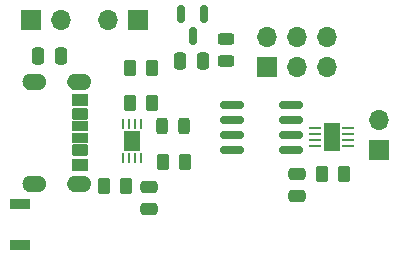
<source format=gbr>
%TF.GenerationSoftware,KiCad,Pcbnew,8.0.7*%
%TF.CreationDate,2025-01-08T21:55:34-07:00*%
%TF.ProjectId,Hat PCB,48617420-5043-4422-9e6b-696361645f70,rev?*%
%TF.SameCoordinates,Original*%
%TF.FileFunction,Soldermask,Top*%
%TF.FilePolarity,Negative*%
%FSLAX46Y46*%
G04 Gerber Fmt 4.6, Leading zero omitted, Abs format (unit mm)*
G04 Created by KiCad (PCBNEW 8.0.7) date 2025-01-08 21:55:34*
%MOMM*%
%LPD*%
G01*
G04 APERTURE LIST*
G04 Aperture macros list*
%AMRoundRect*
0 Rectangle with rounded corners*
0 $1 Rounding radius*
0 $2 $3 $4 $5 $6 $7 $8 $9 X,Y pos of 4 corners*
0 Add a 4 corners polygon primitive as box body*
4,1,4,$2,$3,$4,$5,$6,$7,$8,$9,$2,$3,0*
0 Add four circle primitives for the rounded corners*
1,1,$1+$1,$2,$3*
1,1,$1+$1,$4,$5*
1,1,$1+$1,$6,$7*
1,1,$1+$1,$8,$9*
0 Add four rect primitives between the rounded corners*
20,1,$1+$1,$2,$3,$4,$5,0*
20,1,$1+$1,$4,$5,$6,$7,0*
20,1,$1+$1,$6,$7,$8,$9,0*
20,1,$1+$1,$8,$9,$2,$3,0*%
G04 Aperture macros list end*
%ADD10C,0.010000*%
%ADD11RoundRect,0.150000X0.825000X0.150000X-0.825000X0.150000X-0.825000X-0.150000X0.825000X-0.150000X0*%
%ADD12RoundRect,0.062500X-0.062500X0.337500X-0.062500X-0.337500X0.062500X-0.337500X0.062500X0.337500X0*%
%ADD13R,1.400000X1.700000*%
%ADD14RoundRect,0.062500X0.412500X0.062500X-0.412500X0.062500X-0.412500X-0.062500X0.412500X-0.062500X0*%
%ADD15R,1.450000X2.400000*%
%ADD16R,1.700000X0.900000*%
%ADD17RoundRect,0.250000X0.262500X0.450000X-0.262500X0.450000X-0.262500X-0.450000X0.262500X-0.450000X0*%
%ADD18RoundRect,0.250000X-0.262500X-0.450000X0.262500X-0.450000X0.262500X0.450000X-0.262500X0.450000X0*%
%ADD19RoundRect,0.150000X-0.150000X0.587500X-0.150000X-0.587500X0.150000X-0.587500X0.150000X0.587500X0*%
%ADD20R,1.700000X1.700000*%
%ADD21O,1.700000X1.700000*%
%ADD22RoundRect,0.102000X-0.600000X0.350000X-0.600000X-0.350000X0.600000X-0.350000X0.600000X0.350000X0*%
%ADD23RoundRect,0.102000X-0.600000X0.380000X-0.600000X-0.380000X0.600000X-0.380000X0.600000X0.380000X0*%
%ADD24RoundRect,0.102000X-0.600000X0.400000X-0.600000X-0.400000X0.600000X-0.400000X0.600000X0.400000X0*%
%ADD25RoundRect,0.243750X0.456250X-0.243750X0.456250X0.243750X-0.456250X0.243750X-0.456250X-0.243750X0*%
%ADD26RoundRect,0.243750X0.243750X0.456250X-0.243750X0.456250X-0.243750X-0.456250X0.243750X-0.456250X0*%
%ADD27RoundRect,0.250000X-0.250000X-0.475000X0.250000X-0.475000X0.250000X0.475000X-0.250000X0.475000X0*%
%ADD28RoundRect,0.250000X-0.475000X0.250000X-0.475000X-0.250000X0.475000X-0.250000X0.475000X0.250000X0*%
G04 APERTURE END LIST*
D10*
%TO.C,J3*%
X216334000Y-122671000D02*
X216368000Y-122674000D01*
X216402000Y-122678000D01*
X216435000Y-122684000D01*
X216468000Y-122692000D01*
X216501000Y-122702000D01*
X216533000Y-122713000D01*
X216564000Y-122726000D01*
X216595000Y-122741000D01*
X216625000Y-122757000D01*
X216654000Y-122775000D01*
X216682000Y-122794000D01*
X216709000Y-122815000D01*
X216735000Y-122837000D01*
X216760000Y-122860000D01*
X216783000Y-122885000D01*
X216805000Y-122911000D01*
X216826000Y-122938000D01*
X216845000Y-122966000D01*
X216863000Y-122995000D01*
X216879000Y-123025000D01*
X216894000Y-123056000D01*
X216907000Y-123087000D01*
X216918000Y-123119000D01*
X216928000Y-123152000D01*
X216936000Y-123185000D01*
X216942000Y-123218000D01*
X216946000Y-123252000D01*
X216949000Y-123286000D01*
X216950000Y-123320000D01*
X216949000Y-123354000D01*
X216946000Y-123388000D01*
X216942000Y-123422000D01*
X216936000Y-123455000D01*
X216928000Y-123488000D01*
X216918000Y-123521000D01*
X216907000Y-123553000D01*
X216894000Y-123584000D01*
X216879000Y-123615000D01*
X216863000Y-123645000D01*
X216845000Y-123674000D01*
X216826000Y-123702000D01*
X216805000Y-123729000D01*
X216783000Y-123755000D01*
X216760000Y-123780000D01*
X216735000Y-123803000D01*
X216709000Y-123825000D01*
X216682000Y-123846000D01*
X216654000Y-123865000D01*
X216625000Y-123883000D01*
X216595000Y-123899000D01*
X216564000Y-123914000D01*
X216533000Y-123927000D01*
X216501000Y-123938000D01*
X216468000Y-123948000D01*
X216435000Y-123956000D01*
X216402000Y-123962000D01*
X216368000Y-123966000D01*
X216334000Y-123969000D01*
X216300000Y-123970000D01*
X215700000Y-123970000D01*
X215666000Y-123969000D01*
X215632000Y-123966000D01*
X215598000Y-123962000D01*
X215565000Y-123956000D01*
X215532000Y-123948000D01*
X215499000Y-123938000D01*
X215467000Y-123927000D01*
X215436000Y-123914000D01*
X215405000Y-123899000D01*
X215375000Y-123883000D01*
X215346000Y-123865000D01*
X215318000Y-123846000D01*
X215291000Y-123825000D01*
X215265000Y-123803000D01*
X215240000Y-123780000D01*
X215217000Y-123755000D01*
X215195000Y-123729000D01*
X215174000Y-123702000D01*
X215155000Y-123674000D01*
X215137000Y-123645000D01*
X215121000Y-123615000D01*
X215106000Y-123584000D01*
X215093000Y-123553000D01*
X215082000Y-123521000D01*
X215072000Y-123488000D01*
X215064000Y-123455000D01*
X215058000Y-123422000D01*
X215054000Y-123388000D01*
X215051000Y-123354000D01*
X215050000Y-123320000D01*
X215051000Y-123286000D01*
X215054000Y-123252000D01*
X215058000Y-123218000D01*
X215064000Y-123185000D01*
X215072000Y-123152000D01*
X215082000Y-123119000D01*
X215093000Y-123087000D01*
X215106000Y-123056000D01*
X215121000Y-123025000D01*
X215137000Y-122995000D01*
X215155000Y-122966000D01*
X215174000Y-122938000D01*
X215195000Y-122911000D01*
X215217000Y-122885000D01*
X215240000Y-122860000D01*
X215265000Y-122837000D01*
X215291000Y-122815000D01*
X215318000Y-122794000D01*
X215346000Y-122775000D01*
X215375000Y-122757000D01*
X215405000Y-122741000D01*
X215436000Y-122726000D01*
X215467000Y-122713000D01*
X215499000Y-122702000D01*
X215532000Y-122692000D01*
X215565000Y-122684000D01*
X215598000Y-122678000D01*
X215632000Y-122674000D01*
X215666000Y-122671000D01*
X215700000Y-122670000D01*
X216300000Y-122670000D01*
X216334000Y-122671000D01*
G36*
X216334000Y-122671000D02*
G01*
X216368000Y-122674000D01*
X216402000Y-122678000D01*
X216435000Y-122684000D01*
X216468000Y-122692000D01*
X216501000Y-122702000D01*
X216533000Y-122713000D01*
X216564000Y-122726000D01*
X216595000Y-122741000D01*
X216625000Y-122757000D01*
X216654000Y-122775000D01*
X216682000Y-122794000D01*
X216709000Y-122815000D01*
X216735000Y-122837000D01*
X216760000Y-122860000D01*
X216783000Y-122885000D01*
X216805000Y-122911000D01*
X216826000Y-122938000D01*
X216845000Y-122966000D01*
X216863000Y-122995000D01*
X216879000Y-123025000D01*
X216894000Y-123056000D01*
X216907000Y-123087000D01*
X216918000Y-123119000D01*
X216928000Y-123152000D01*
X216936000Y-123185000D01*
X216942000Y-123218000D01*
X216946000Y-123252000D01*
X216949000Y-123286000D01*
X216950000Y-123320000D01*
X216949000Y-123354000D01*
X216946000Y-123388000D01*
X216942000Y-123422000D01*
X216936000Y-123455000D01*
X216928000Y-123488000D01*
X216918000Y-123521000D01*
X216907000Y-123553000D01*
X216894000Y-123584000D01*
X216879000Y-123615000D01*
X216863000Y-123645000D01*
X216845000Y-123674000D01*
X216826000Y-123702000D01*
X216805000Y-123729000D01*
X216783000Y-123755000D01*
X216760000Y-123780000D01*
X216735000Y-123803000D01*
X216709000Y-123825000D01*
X216682000Y-123846000D01*
X216654000Y-123865000D01*
X216625000Y-123883000D01*
X216595000Y-123899000D01*
X216564000Y-123914000D01*
X216533000Y-123927000D01*
X216501000Y-123938000D01*
X216468000Y-123948000D01*
X216435000Y-123956000D01*
X216402000Y-123962000D01*
X216368000Y-123966000D01*
X216334000Y-123969000D01*
X216300000Y-123970000D01*
X215700000Y-123970000D01*
X215666000Y-123969000D01*
X215632000Y-123966000D01*
X215598000Y-123962000D01*
X215565000Y-123956000D01*
X215532000Y-123948000D01*
X215499000Y-123938000D01*
X215467000Y-123927000D01*
X215436000Y-123914000D01*
X215405000Y-123899000D01*
X215375000Y-123883000D01*
X215346000Y-123865000D01*
X215318000Y-123846000D01*
X215291000Y-123825000D01*
X215265000Y-123803000D01*
X215240000Y-123780000D01*
X215217000Y-123755000D01*
X215195000Y-123729000D01*
X215174000Y-123702000D01*
X215155000Y-123674000D01*
X215137000Y-123645000D01*
X215121000Y-123615000D01*
X215106000Y-123584000D01*
X215093000Y-123553000D01*
X215082000Y-123521000D01*
X215072000Y-123488000D01*
X215064000Y-123455000D01*
X215058000Y-123422000D01*
X215054000Y-123388000D01*
X215051000Y-123354000D01*
X215050000Y-123320000D01*
X215051000Y-123286000D01*
X215054000Y-123252000D01*
X215058000Y-123218000D01*
X215064000Y-123185000D01*
X215072000Y-123152000D01*
X215082000Y-123119000D01*
X215093000Y-123087000D01*
X215106000Y-123056000D01*
X215121000Y-123025000D01*
X215137000Y-122995000D01*
X215155000Y-122966000D01*
X215174000Y-122938000D01*
X215195000Y-122911000D01*
X215217000Y-122885000D01*
X215240000Y-122860000D01*
X215265000Y-122837000D01*
X215291000Y-122815000D01*
X215318000Y-122794000D01*
X215346000Y-122775000D01*
X215375000Y-122757000D01*
X215405000Y-122741000D01*
X215436000Y-122726000D01*
X215467000Y-122713000D01*
X215499000Y-122702000D01*
X215532000Y-122692000D01*
X215565000Y-122684000D01*
X215598000Y-122678000D01*
X215632000Y-122674000D01*
X215666000Y-122671000D01*
X215700000Y-122670000D01*
X216300000Y-122670000D01*
X216334000Y-122671000D01*
G37*
X216334000Y-114031000D02*
X216368000Y-114034000D01*
X216402000Y-114038000D01*
X216435000Y-114044000D01*
X216468000Y-114052000D01*
X216501000Y-114062000D01*
X216533000Y-114073000D01*
X216564000Y-114086000D01*
X216595000Y-114101000D01*
X216625000Y-114117000D01*
X216654000Y-114135000D01*
X216682000Y-114154000D01*
X216709000Y-114175000D01*
X216735000Y-114197000D01*
X216760000Y-114220000D01*
X216783000Y-114245000D01*
X216805000Y-114271000D01*
X216826000Y-114298000D01*
X216845000Y-114326000D01*
X216863000Y-114355000D01*
X216879000Y-114385000D01*
X216894000Y-114416000D01*
X216907000Y-114447000D01*
X216918000Y-114479000D01*
X216928000Y-114512000D01*
X216936000Y-114545000D01*
X216942000Y-114578000D01*
X216946000Y-114612000D01*
X216949000Y-114646000D01*
X216950000Y-114680000D01*
X216949000Y-114714000D01*
X216946000Y-114748000D01*
X216942000Y-114782000D01*
X216936000Y-114815000D01*
X216928000Y-114848000D01*
X216918000Y-114881000D01*
X216907000Y-114913000D01*
X216894000Y-114944000D01*
X216879000Y-114975000D01*
X216863000Y-115005000D01*
X216845000Y-115034000D01*
X216826000Y-115062000D01*
X216805000Y-115089000D01*
X216783000Y-115115000D01*
X216760000Y-115140000D01*
X216735000Y-115163000D01*
X216709000Y-115185000D01*
X216682000Y-115206000D01*
X216654000Y-115225000D01*
X216625000Y-115243000D01*
X216595000Y-115259000D01*
X216564000Y-115274000D01*
X216533000Y-115287000D01*
X216501000Y-115298000D01*
X216468000Y-115308000D01*
X216435000Y-115316000D01*
X216402000Y-115322000D01*
X216368000Y-115326000D01*
X216334000Y-115329000D01*
X216300000Y-115330000D01*
X215700000Y-115330000D01*
X215666000Y-115329000D01*
X215632000Y-115326000D01*
X215598000Y-115322000D01*
X215565000Y-115316000D01*
X215532000Y-115308000D01*
X215499000Y-115298000D01*
X215467000Y-115287000D01*
X215436000Y-115274000D01*
X215405000Y-115259000D01*
X215375000Y-115243000D01*
X215346000Y-115225000D01*
X215318000Y-115206000D01*
X215291000Y-115185000D01*
X215265000Y-115163000D01*
X215240000Y-115140000D01*
X215217000Y-115115000D01*
X215195000Y-115089000D01*
X215174000Y-115062000D01*
X215155000Y-115034000D01*
X215137000Y-115005000D01*
X215121000Y-114975000D01*
X215106000Y-114944000D01*
X215093000Y-114913000D01*
X215082000Y-114881000D01*
X215072000Y-114848000D01*
X215064000Y-114815000D01*
X215058000Y-114782000D01*
X215054000Y-114748000D01*
X215051000Y-114714000D01*
X215050000Y-114680000D01*
X215051000Y-114646000D01*
X215054000Y-114612000D01*
X215058000Y-114578000D01*
X215064000Y-114545000D01*
X215072000Y-114512000D01*
X215082000Y-114479000D01*
X215093000Y-114447000D01*
X215106000Y-114416000D01*
X215121000Y-114385000D01*
X215137000Y-114355000D01*
X215155000Y-114326000D01*
X215174000Y-114298000D01*
X215195000Y-114271000D01*
X215217000Y-114245000D01*
X215240000Y-114220000D01*
X215265000Y-114197000D01*
X215291000Y-114175000D01*
X215318000Y-114154000D01*
X215346000Y-114135000D01*
X215375000Y-114117000D01*
X215405000Y-114101000D01*
X215436000Y-114086000D01*
X215467000Y-114073000D01*
X215499000Y-114062000D01*
X215532000Y-114052000D01*
X215565000Y-114044000D01*
X215598000Y-114038000D01*
X215632000Y-114034000D01*
X215666000Y-114031000D01*
X215700000Y-114030000D01*
X216300000Y-114030000D01*
X216334000Y-114031000D01*
G36*
X216334000Y-114031000D02*
G01*
X216368000Y-114034000D01*
X216402000Y-114038000D01*
X216435000Y-114044000D01*
X216468000Y-114052000D01*
X216501000Y-114062000D01*
X216533000Y-114073000D01*
X216564000Y-114086000D01*
X216595000Y-114101000D01*
X216625000Y-114117000D01*
X216654000Y-114135000D01*
X216682000Y-114154000D01*
X216709000Y-114175000D01*
X216735000Y-114197000D01*
X216760000Y-114220000D01*
X216783000Y-114245000D01*
X216805000Y-114271000D01*
X216826000Y-114298000D01*
X216845000Y-114326000D01*
X216863000Y-114355000D01*
X216879000Y-114385000D01*
X216894000Y-114416000D01*
X216907000Y-114447000D01*
X216918000Y-114479000D01*
X216928000Y-114512000D01*
X216936000Y-114545000D01*
X216942000Y-114578000D01*
X216946000Y-114612000D01*
X216949000Y-114646000D01*
X216950000Y-114680000D01*
X216949000Y-114714000D01*
X216946000Y-114748000D01*
X216942000Y-114782000D01*
X216936000Y-114815000D01*
X216928000Y-114848000D01*
X216918000Y-114881000D01*
X216907000Y-114913000D01*
X216894000Y-114944000D01*
X216879000Y-114975000D01*
X216863000Y-115005000D01*
X216845000Y-115034000D01*
X216826000Y-115062000D01*
X216805000Y-115089000D01*
X216783000Y-115115000D01*
X216760000Y-115140000D01*
X216735000Y-115163000D01*
X216709000Y-115185000D01*
X216682000Y-115206000D01*
X216654000Y-115225000D01*
X216625000Y-115243000D01*
X216595000Y-115259000D01*
X216564000Y-115274000D01*
X216533000Y-115287000D01*
X216501000Y-115298000D01*
X216468000Y-115308000D01*
X216435000Y-115316000D01*
X216402000Y-115322000D01*
X216368000Y-115326000D01*
X216334000Y-115329000D01*
X216300000Y-115330000D01*
X215700000Y-115330000D01*
X215666000Y-115329000D01*
X215632000Y-115326000D01*
X215598000Y-115322000D01*
X215565000Y-115316000D01*
X215532000Y-115308000D01*
X215499000Y-115298000D01*
X215467000Y-115287000D01*
X215436000Y-115274000D01*
X215405000Y-115259000D01*
X215375000Y-115243000D01*
X215346000Y-115225000D01*
X215318000Y-115206000D01*
X215291000Y-115185000D01*
X215265000Y-115163000D01*
X215240000Y-115140000D01*
X215217000Y-115115000D01*
X215195000Y-115089000D01*
X215174000Y-115062000D01*
X215155000Y-115034000D01*
X215137000Y-115005000D01*
X215121000Y-114975000D01*
X215106000Y-114944000D01*
X215093000Y-114913000D01*
X215082000Y-114881000D01*
X215072000Y-114848000D01*
X215064000Y-114815000D01*
X215058000Y-114782000D01*
X215054000Y-114748000D01*
X215051000Y-114714000D01*
X215050000Y-114680000D01*
X215051000Y-114646000D01*
X215054000Y-114612000D01*
X215058000Y-114578000D01*
X215064000Y-114545000D01*
X215072000Y-114512000D01*
X215082000Y-114479000D01*
X215093000Y-114447000D01*
X215106000Y-114416000D01*
X215121000Y-114385000D01*
X215137000Y-114355000D01*
X215155000Y-114326000D01*
X215174000Y-114298000D01*
X215195000Y-114271000D01*
X215217000Y-114245000D01*
X215240000Y-114220000D01*
X215265000Y-114197000D01*
X215291000Y-114175000D01*
X215318000Y-114154000D01*
X215346000Y-114135000D01*
X215375000Y-114117000D01*
X215405000Y-114101000D01*
X215436000Y-114086000D01*
X215467000Y-114073000D01*
X215499000Y-114062000D01*
X215532000Y-114052000D01*
X215565000Y-114044000D01*
X215598000Y-114038000D01*
X215632000Y-114034000D01*
X215666000Y-114031000D01*
X215700000Y-114030000D01*
X216300000Y-114030000D01*
X216334000Y-114031000D01*
G37*
X212534000Y-122671000D02*
X212568000Y-122674000D01*
X212602000Y-122678000D01*
X212635000Y-122684000D01*
X212668000Y-122692000D01*
X212701000Y-122702000D01*
X212733000Y-122713000D01*
X212764000Y-122726000D01*
X212795000Y-122741000D01*
X212825000Y-122757000D01*
X212854000Y-122775000D01*
X212882000Y-122794000D01*
X212909000Y-122815000D01*
X212935000Y-122837000D01*
X212960000Y-122860000D01*
X212983000Y-122885000D01*
X213005000Y-122911000D01*
X213026000Y-122938000D01*
X213045000Y-122966000D01*
X213063000Y-122995000D01*
X213079000Y-123025000D01*
X213094000Y-123056000D01*
X213107000Y-123087000D01*
X213118000Y-123119000D01*
X213128000Y-123152000D01*
X213136000Y-123185000D01*
X213142000Y-123218000D01*
X213146000Y-123252000D01*
X213149000Y-123286000D01*
X213150000Y-123320000D01*
X213149000Y-123354000D01*
X213146000Y-123388000D01*
X213142000Y-123422000D01*
X213136000Y-123455000D01*
X213128000Y-123488000D01*
X213118000Y-123521000D01*
X213107000Y-123553000D01*
X213094000Y-123584000D01*
X213079000Y-123615000D01*
X213063000Y-123645000D01*
X213045000Y-123674000D01*
X213026000Y-123702000D01*
X213005000Y-123729000D01*
X212983000Y-123755000D01*
X212960000Y-123780000D01*
X212935000Y-123803000D01*
X212909000Y-123825000D01*
X212882000Y-123846000D01*
X212854000Y-123865000D01*
X212825000Y-123883000D01*
X212795000Y-123899000D01*
X212764000Y-123914000D01*
X212733000Y-123927000D01*
X212701000Y-123938000D01*
X212668000Y-123948000D01*
X212635000Y-123956000D01*
X212602000Y-123962000D01*
X212568000Y-123966000D01*
X212534000Y-123969000D01*
X212500000Y-123970000D01*
X211900000Y-123970000D01*
X211866000Y-123969000D01*
X211832000Y-123966000D01*
X211798000Y-123962000D01*
X211765000Y-123956000D01*
X211732000Y-123948000D01*
X211699000Y-123938000D01*
X211667000Y-123927000D01*
X211636000Y-123914000D01*
X211605000Y-123899000D01*
X211575000Y-123883000D01*
X211546000Y-123865000D01*
X211518000Y-123846000D01*
X211491000Y-123825000D01*
X211465000Y-123803000D01*
X211440000Y-123780000D01*
X211417000Y-123755000D01*
X211395000Y-123729000D01*
X211374000Y-123702000D01*
X211355000Y-123674000D01*
X211337000Y-123645000D01*
X211321000Y-123615000D01*
X211306000Y-123584000D01*
X211293000Y-123553000D01*
X211282000Y-123521000D01*
X211272000Y-123488000D01*
X211264000Y-123455000D01*
X211258000Y-123422000D01*
X211254000Y-123388000D01*
X211251000Y-123354000D01*
X211250000Y-123320000D01*
X211251000Y-123286000D01*
X211254000Y-123252000D01*
X211258000Y-123218000D01*
X211264000Y-123185000D01*
X211272000Y-123152000D01*
X211282000Y-123119000D01*
X211293000Y-123087000D01*
X211306000Y-123056000D01*
X211321000Y-123025000D01*
X211337000Y-122995000D01*
X211355000Y-122966000D01*
X211374000Y-122938000D01*
X211395000Y-122911000D01*
X211417000Y-122885000D01*
X211440000Y-122860000D01*
X211465000Y-122837000D01*
X211491000Y-122815000D01*
X211518000Y-122794000D01*
X211546000Y-122775000D01*
X211575000Y-122757000D01*
X211605000Y-122741000D01*
X211636000Y-122726000D01*
X211667000Y-122713000D01*
X211699000Y-122702000D01*
X211732000Y-122692000D01*
X211765000Y-122684000D01*
X211798000Y-122678000D01*
X211832000Y-122674000D01*
X211866000Y-122671000D01*
X211900000Y-122670000D01*
X212500000Y-122670000D01*
X212534000Y-122671000D01*
G36*
X212534000Y-122671000D02*
G01*
X212568000Y-122674000D01*
X212602000Y-122678000D01*
X212635000Y-122684000D01*
X212668000Y-122692000D01*
X212701000Y-122702000D01*
X212733000Y-122713000D01*
X212764000Y-122726000D01*
X212795000Y-122741000D01*
X212825000Y-122757000D01*
X212854000Y-122775000D01*
X212882000Y-122794000D01*
X212909000Y-122815000D01*
X212935000Y-122837000D01*
X212960000Y-122860000D01*
X212983000Y-122885000D01*
X213005000Y-122911000D01*
X213026000Y-122938000D01*
X213045000Y-122966000D01*
X213063000Y-122995000D01*
X213079000Y-123025000D01*
X213094000Y-123056000D01*
X213107000Y-123087000D01*
X213118000Y-123119000D01*
X213128000Y-123152000D01*
X213136000Y-123185000D01*
X213142000Y-123218000D01*
X213146000Y-123252000D01*
X213149000Y-123286000D01*
X213150000Y-123320000D01*
X213149000Y-123354000D01*
X213146000Y-123388000D01*
X213142000Y-123422000D01*
X213136000Y-123455000D01*
X213128000Y-123488000D01*
X213118000Y-123521000D01*
X213107000Y-123553000D01*
X213094000Y-123584000D01*
X213079000Y-123615000D01*
X213063000Y-123645000D01*
X213045000Y-123674000D01*
X213026000Y-123702000D01*
X213005000Y-123729000D01*
X212983000Y-123755000D01*
X212960000Y-123780000D01*
X212935000Y-123803000D01*
X212909000Y-123825000D01*
X212882000Y-123846000D01*
X212854000Y-123865000D01*
X212825000Y-123883000D01*
X212795000Y-123899000D01*
X212764000Y-123914000D01*
X212733000Y-123927000D01*
X212701000Y-123938000D01*
X212668000Y-123948000D01*
X212635000Y-123956000D01*
X212602000Y-123962000D01*
X212568000Y-123966000D01*
X212534000Y-123969000D01*
X212500000Y-123970000D01*
X211900000Y-123970000D01*
X211866000Y-123969000D01*
X211832000Y-123966000D01*
X211798000Y-123962000D01*
X211765000Y-123956000D01*
X211732000Y-123948000D01*
X211699000Y-123938000D01*
X211667000Y-123927000D01*
X211636000Y-123914000D01*
X211605000Y-123899000D01*
X211575000Y-123883000D01*
X211546000Y-123865000D01*
X211518000Y-123846000D01*
X211491000Y-123825000D01*
X211465000Y-123803000D01*
X211440000Y-123780000D01*
X211417000Y-123755000D01*
X211395000Y-123729000D01*
X211374000Y-123702000D01*
X211355000Y-123674000D01*
X211337000Y-123645000D01*
X211321000Y-123615000D01*
X211306000Y-123584000D01*
X211293000Y-123553000D01*
X211282000Y-123521000D01*
X211272000Y-123488000D01*
X211264000Y-123455000D01*
X211258000Y-123422000D01*
X211254000Y-123388000D01*
X211251000Y-123354000D01*
X211250000Y-123320000D01*
X211251000Y-123286000D01*
X211254000Y-123252000D01*
X211258000Y-123218000D01*
X211264000Y-123185000D01*
X211272000Y-123152000D01*
X211282000Y-123119000D01*
X211293000Y-123087000D01*
X211306000Y-123056000D01*
X211321000Y-123025000D01*
X211337000Y-122995000D01*
X211355000Y-122966000D01*
X211374000Y-122938000D01*
X211395000Y-122911000D01*
X211417000Y-122885000D01*
X211440000Y-122860000D01*
X211465000Y-122837000D01*
X211491000Y-122815000D01*
X211518000Y-122794000D01*
X211546000Y-122775000D01*
X211575000Y-122757000D01*
X211605000Y-122741000D01*
X211636000Y-122726000D01*
X211667000Y-122713000D01*
X211699000Y-122702000D01*
X211732000Y-122692000D01*
X211765000Y-122684000D01*
X211798000Y-122678000D01*
X211832000Y-122674000D01*
X211866000Y-122671000D01*
X211900000Y-122670000D01*
X212500000Y-122670000D01*
X212534000Y-122671000D01*
G37*
X212534000Y-114031000D02*
X212568000Y-114034000D01*
X212602000Y-114038000D01*
X212635000Y-114044000D01*
X212668000Y-114052000D01*
X212701000Y-114062000D01*
X212733000Y-114073000D01*
X212764000Y-114086000D01*
X212795000Y-114101000D01*
X212825000Y-114117000D01*
X212854000Y-114135000D01*
X212882000Y-114154000D01*
X212909000Y-114175000D01*
X212935000Y-114197000D01*
X212960000Y-114220000D01*
X212983000Y-114245000D01*
X213005000Y-114271000D01*
X213026000Y-114298000D01*
X213045000Y-114326000D01*
X213063000Y-114355000D01*
X213079000Y-114385000D01*
X213094000Y-114416000D01*
X213107000Y-114447000D01*
X213118000Y-114479000D01*
X213128000Y-114512000D01*
X213136000Y-114545000D01*
X213142000Y-114578000D01*
X213146000Y-114612000D01*
X213149000Y-114646000D01*
X213150000Y-114680000D01*
X213149000Y-114714000D01*
X213146000Y-114748000D01*
X213142000Y-114782000D01*
X213136000Y-114815000D01*
X213128000Y-114848000D01*
X213118000Y-114881000D01*
X213107000Y-114913000D01*
X213094000Y-114944000D01*
X213079000Y-114975000D01*
X213063000Y-115005000D01*
X213045000Y-115034000D01*
X213026000Y-115062000D01*
X213005000Y-115089000D01*
X212983000Y-115115000D01*
X212960000Y-115140000D01*
X212935000Y-115163000D01*
X212909000Y-115185000D01*
X212882000Y-115206000D01*
X212854000Y-115225000D01*
X212825000Y-115243000D01*
X212795000Y-115259000D01*
X212764000Y-115274000D01*
X212733000Y-115287000D01*
X212701000Y-115298000D01*
X212668000Y-115308000D01*
X212635000Y-115316000D01*
X212602000Y-115322000D01*
X212568000Y-115326000D01*
X212534000Y-115329000D01*
X212500000Y-115330000D01*
X211900000Y-115330000D01*
X211866000Y-115329000D01*
X211832000Y-115326000D01*
X211798000Y-115322000D01*
X211765000Y-115316000D01*
X211732000Y-115308000D01*
X211699000Y-115298000D01*
X211667000Y-115287000D01*
X211636000Y-115274000D01*
X211605000Y-115259000D01*
X211575000Y-115243000D01*
X211546000Y-115225000D01*
X211518000Y-115206000D01*
X211491000Y-115185000D01*
X211465000Y-115163000D01*
X211440000Y-115140000D01*
X211417000Y-115115000D01*
X211395000Y-115089000D01*
X211374000Y-115062000D01*
X211355000Y-115034000D01*
X211337000Y-115005000D01*
X211321000Y-114975000D01*
X211306000Y-114944000D01*
X211293000Y-114913000D01*
X211282000Y-114881000D01*
X211272000Y-114848000D01*
X211264000Y-114815000D01*
X211258000Y-114782000D01*
X211254000Y-114748000D01*
X211251000Y-114714000D01*
X211250000Y-114680000D01*
X211251000Y-114646000D01*
X211254000Y-114612000D01*
X211258000Y-114578000D01*
X211264000Y-114545000D01*
X211272000Y-114512000D01*
X211282000Y-114479000D01*
X211293000Y-114447000D01*
X211306000Y-114416000D01*
X211321000Y-114385000D01*
X211337000Y-114355000D01*
X211355000Y-114326000D01*
X211374000Y-114298000D01*
X211395000Y-114271000D01*
X211417000Y-114245000D01*
X211440000Y-114220000D01*
X211465000Y-114197000D01*
X211491000Y-114175000D01*
X211518000Y-114154000D01*
X211546000Y-114135000D01*
X211575000Y-114117000D01*
X211605000Y-114101000D01*
X211636000Y-114086000D01*
X211667000Y-114073000D01*
X211699000Y-114062000D01*
X211732000Y-114052000D01*
X211765000Y-114044000D01*
X211798000Y-114038000D01*
X211832000Y-114034000D01*
X211866000Y-114031000D01*
X211900000Y-114030000D01*
X212500000Y-114030000D01*
X212534000Y-114031000D01*
G36*
X212534000Y-114031000D02*
G01*
X212568000Y-114034000D01*
X212602000Y-114038000D01*
X212635000Y-114044000D01*
X212668000Y-114052000D01*
X212701000Y-114062000D01*
X212733000Y-114073000D01*
X212764000Y-114086000D01*
X212795000Y-114101000D01*
X212825000Y-114117000D01*
X212854000Y-114135000D01*
X212882000Y-114154000D01*
X212909000Y-114175000D01*
X212935000Y-114197000D01*
X212960000Y-114220000D01*
X212983000Y-114245000D01*
X213005000Y-114271000D01*
X213026000Y-114298000D01*
X213045000Y-114326000D01*
X213063000Y-114355000D01*
X213079000Y-114385000D01*
X213094000Y-114416000D01*
X213107000Y-114447000D01*
X213118000Y-114479000D01*
X213128000Y-114512000D01*
X213136000Y-114545000D01*
X213142000Y-114578000D01*
X213146000Y-114612000D01*
X213149000Y-114646000D01*
X213150000Y-114680000D01*
X213149000Y-114714000D01*
X213146000Y-114748000D01*
X213142000Y-114782000D01*
X213136000Y-114815000D01*
X213128000Y-114848000D01*
X213118000Y-114881000D01*
X213107000Y-114913000D01*
X213094000Y-114944000D01*
X213079000Y-114975000D01*
X213063000Y-115005000D01*
X213045000Y-115034000D01*
X213026000Y-115062000D01*
X213005000Y-115089000D01*
X212983000Y-115115000D01*
X212960000Y-115140000D01*
X212935000Y-115163000D01*
X212909000Y-115185000D01*
X212882000Y-115206000D01*
X212854000Y-115225000D01*
X212825000Y-115243000D01*
X212795000Y-115259000D01*
X212764000Y-115274000D01*
X212733000Y-115287000D01*
X212701000Y-115298000D01*
X212668000Y-115308000D01*
X212635000Y-115316000D01*
X212602000Y-115322000D01*
X212568000Y-115326000D01*
X212534000Y-115329000D01*
X212500000Y-115330000D01*
X211900000Y-115330000D01*
X211866000Y-115329000D01*
X211832000Y-115326000D01*
X211798000Y-115322000D01*
X211765000Y-115316000D01*
X211732000Y-115308000D01*
X211699000Y-115298000D01*
X211667000Y-115287000D01*
X211636000Y-115274000D01*
X211605000Y-115259000D01*
X211575000Y-115243000D01*
X211546000Y-115225000D01*
X211518000Y-115206000D01*
X211491000Y-115185000D01*
X211465000Y-115163000D01*
X211440000Y-115140000D01*
X211417000Y-115115000D01*
X211395000Y-115089000D01*
X211374000Y-115062000D01*
X211355000Y-115034000D01*
X211337000Y-115005000D01*
X211321000Y-114975000D01*
X211306000Y-114944000D01*
X211293000Y-114913000D01*
X211282000Y-114881000D01*
X211272000Y-114848000D01*
X211264000Y-114815000D01*
X211258000Y-114782000D01*
X211254000Y-114748000D01*
X211251000Y-114714000D01*
X211250000Y-114680000D01*
X211251000Y-114646000D01*
X211254000Y-114612000D01*
X211258000Y-114578000D01*
X211264000Y-114545000D01*
X211272000Y-114512000D01*
X211282000Y-114479000D01*
X211293000Y-114447000D01*
X211306000Y-114416000D01*
X211321000Y-114385000D01*
X211337000Y-114355000D01*
X211355000Y-114326000D01*
X211374000Y-114298000D01*
X211395000Y-114271000D01*
X211417000Y-114245000D01*
X211440000Y-114220000D01*
X211465000Y-114197000D01*
X211491000Y-114175000D01*
X211518000Y-114154000D01*
X211546000Y-114135000D01*
X211575000Y-114117000D01*
X211605000Y-114101000D01*
X211636000Y-114086000D01*
X211667000Y-114073000D01*
X211699000Y-114062000D01*
X211732000Y-114052000D01*
X211765000Y-114044000D01*
X211798000Y-114038000D01*
X211832000Y-114034000D01*
X211866000Y-114031000D01*
X211900000Y-114030000D01*
X212500000Y-114030000D01*
X212534000Y-114031000D01*
G37*
%TD*%
D11*
%TO.C,U5*%
X233950000Y-120500000D03*
X233950000Y-119230000D03*
X233950000Y-117960000D03*
X233950000Y-116690000D03*
X229000000Y-116690000D03*
X229000000Y-117960000D03*
X229000000Y-119230000D03*
X229000000Y-120500000D03*
%TD*%
D12*
%TO.C,U4*%
X221300000Y-118300000D03*
X220800000Y-118300000D03*
X220300000Y-118300000D03*
X219800000Y-118300000D03*
X219800000Y-121200000D03*
X220300000Y-121200000D03*
X220800000Y-121200000D03*
X221300000Y-121200000D03*
D13*
X220550000Y-119750000D03*
%TD*%
D14*
%TO.C,U1*%
X238850000Y-120150000D03*
X238850000Y-119650000D03*
X238850000Y-119150000D03*
X238850000Y-118650000D03*
X236050000Y-118650000D03*
X236050000Y-119150000D03*
X236050000Y-119650000D03*
X236050000Y-120150000D03*
D15*
X237450000Y-119400000D03*
%TD*%
D16*
%TO.C,SW1*%
X211000000Y-128500000D03*
X211000000Y-125100000D03*
%TD*%
D17*
%TO.C,R7*%
X225000000Y-121500000D03*
X223175000Y-121500000D03*
%TD*%
%TO.C,R4*%
X238450000Y-122500000D03*
X236625000Y-122500000D03*
%TD*%
%TO.C,R3*%
X220000000Y-123500000D03*
X218175000Y-123500000D03*
%TD*%
D18*
%TO.C,R2*%
X220387500Y-116530000D03*
X222212500Y-116530000D03*
%TD*%
%TO.C,R1*%
X220387500Y-113580000D03*
X222212500Y-113580000D03*
%TD*%
D19*
%TO.C,Q1*%
X226600000Y-109000000D03*
X224700000Y-109000000D03*
X225650000Y-110875000D03*
%TD*%
D20*
%TO.C,J5*%
X221000000Y-109500000D03*
D21*
X218460000Y-109500000D03*
%TD*%
D20*
%TO.C,J4*%
X231960000Y-113500000D03*
D21*
X231960000Y-110960000D03*
X234500000Y-113500000D03*
X234500000Y-110960000D03*
X237040000Y-113500000D03*
X237040000Y-110960000D03*
%TD*%
D22*
%TO.C,J3*%
X216080000Y-119500000D03*
X216080000Y-118500000D03*
D23*
X216080000Y-120520000D03*
X216080000Y-117480000D03*
D24*
X216080000Y-121750000D03*
X216080000Y-116250000D03*
%TD*%
D20*
%TO.C,J2*%
X241450000Y-120500000D03*
D21*
X241450000Y-117960000D03*
%TD*%
D20*
%TO.C,J1*%
X212000000Y-109500000D03*
D21*
X214540000Y-109500000D03*
%TD*%
D25*
%TO.C,D2*%
X228500000Y-112937500D03*
X228500000Y-111062500D03*
%TD*%
D26*
%TO.C,D1*%
X224937500Y-118500000D03*
X223062500Y-118500000D03*
%TD*%
D27*
%TO.C,C7*%
X224600000Y-113000000D03*
X226500000Y-113000000D03*
%TD*%
D28*
%TO.C,C5*%
X222000000Y-123600000D03*
X222000000Y-125500000D03*
%TD*%
D27*
%TO.C,C4*%
X212600000Y-112500000D03*
X214500000Y-112500000D03*
%TD*%
D28*
%TO.C,C3*%
X234450000Y-122500000D03*
X234450000Y-124400000D03*
%TD*%
M02*

</source>
